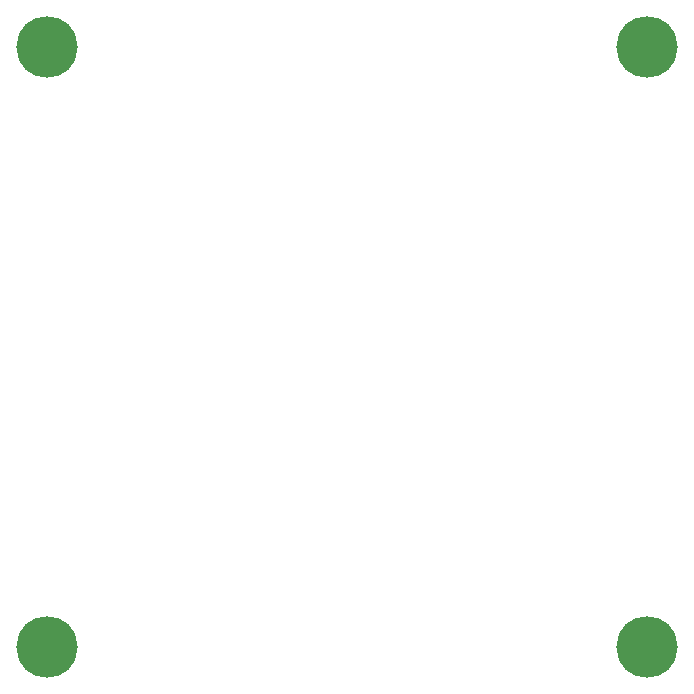
<source format=gts>
G04 Layer: TopSolderMaskLayer*
G04 Panelize: , Column: 2, Row: 2, Board Size: 58.42mm x 58.42mm, Panelized Board Size: 118.84mm x 118.84mm*
G04 EasyEDA v6.5.32, 2023-07-25 14:04:49*
G04 1aaba066e45f43e88748cd023e3be469,5a6b42c53f6a479593ecc07194224c93,10*
G04 Gerber Generator version 0.2*
G04 Scale: 100 percent, Rotated: No, Reflected: No *
G04 Dimensions in millimeters *
G04 leading zeros omitted , absolute positions ,4 integer and 5 decimal *
%FSLAX45Y45*%
%MOMM*%

%ADD10C,5.2032*%

%LPD*%
D10*
G01*
X381000Y5461000D03*
G01*
X5461000Y5461000D03*
G01*
X5461000Y381000D03*
G01*
X381000Y381000D03*
M02*

</source>
